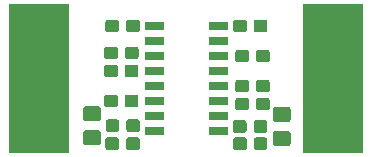
<source format=gts>
G04 #@! TF.GenerationSoftware,KiCad,Pcbnew,5.0.2-bee76a0~70~ubuntu18.04.1*
G04 #@! TF.CreationDate,2019-07-29T11:10:54+02:00*
G04 #@! TF.ProjectId,SWD_Isolator,5357445f-4973-46f6-9c61-746f722e6b69,rev?*
G04 #@! TF.SameCoordinates,PX4148288PY2f7a4c0*
G04 #@! TF.FileFunction,Soldermask,Top*
G04 #@! TF.FilePolarity,Negative*
%FSLAX46Y46*%
G04 Gerber Fmt 4.6, Leading zero omitted, Abs format (unit mm)*
G04 Created by KiCad (PCBNEW 5.0.2-bee76a0~70~ubuntu18.04.1) date pon 29 jul 2019 11:10:54 CEST*
%MOMM*%
%LPD*%
G01*
G04 APERTURE LIST*
%ADD10C,0.100000*%
G04 APERTURE END LIST*
D10*
G36*
X30035500Y127000D02*
X24955500Y127000D01*
X24955500Y12700000D01*
X30035500Y12700000D01*
X30035500Y127000D01*
X30035500Y127000D01*
G37*
G36*
X5143500Y127000D02*
X63500Y127000D01*
X63500Y12700000D01*
X5143500Y12700000D01*
X5143500Y127000D01*
X5143500Y127000D01*
G37*
G36*
X21736499Y1410555D02*
X21773993Y1399181D01*
X21808557Y1380706D01*
X21838847Y1355847D01*
X21863706Y1325557D01*
X21882181Y1290993D01*
X21893555Y1253499D01*
X21898000Y1208362D01*
X21898000Y569638D01*
X21893555Y524501D01*
X21882181Y487007D01*
X21863706Y452443D01*
X21838847Y422153D01*
X21808557Y397294D01*
X21773993Y378819D01*
X21736499Y367445D01*
X21691362Y363000D01*
X20952638Y363000D01*
X20907501Y367445D01*
X20870007Y378819D01*
X20835443Y397294D01*
X20805153Y422153D01*
X20780294Y452443D01*
X20761819Y487007D01*
X20750445Y524501D01*
X20746000Y569638D01*
X20746000Y1208362D01*
X20750445Y1253499D01*
X20761819Y1290993D01*
X20780294Y1325557D01*
X20805153Y1355847D01*
X20835443Y1380706D01*
X20870007Y1399181D01*
X20907501Y1410555D01*
X20952638Y1415000D01*
X21691362Y1415000D01*
X21736499Y1410555D01*
X21736499Y1410555D01*
G37*
G36*
X19986499Y1410555D02*
X20023993Y1399181D01*
X20058557Y1380706D01*
X20088847Y1355847D01*
X20113706Y1325557D01*
X20132181Y1290993D01*
X20143555Y1253499D01*
X20148000Y1208362D01*
X20148000Y569638D01*
X20143555Y524501D01*
X20132181Y487007D01*
X20113706Y452443D01*
X20088847Y422153D01*
X20058557Y397294D01*
X20023993Y378819D01*
X19986499Y367445D01*
X19941362Y363000D01*
X19202638Y363000D01*
X19157501Y367445D01*
X19120007Y378819D01*
X19085443Y397294D01*
X19055153Y422153D01*
X19030294Y452443D01*
X19011819Y487007D01*
X19000445Y524501D01*
X18996000Y569638D01*
X18996000Y1208362D01*
X19000445Y1253499D01*
X19011819Y1290993D01*
X19030294Y1325557D01*
X19055153Y1355847D01*
X19085443Y1380706D01*
X19120007Y1399181D01*
X19157501Y1410555D01*
X19202638Y1415000D01*
X19941362Y1415000D01*
X19986499Y1410555D01*
X19986499Y1410555D01*
G37*
G36*
X9177499Y1410555D02*
X9214993Y1399181D01*
X9249557Y1380706D01*
X9279847Y1355847D01*
X9304706Y1325557D01*
X9323181Y1290993D01*
X9334555Y1253499D01*
X9339000Y1208362D01*
X9339000Y569638D01*
X9334555Y524501D01*
X9323181Y487007D01*
X9304706Y452443D01*
X9279847Y422153D01*
X9249557Y397294D01*
X9214993Y378819D01*
X9177499Y367445D01*
X9132362Y363000D01*
X8393638Y363000D01*
X8348501Y367445D01*
X8311007Y378819D01*
X8276443Y397294D01*
X8246153Y422153D01*
X8221294Y452443D01*
X8202819Y487007D01*
X8191445Y524501D01*
X8187000Y569638D01*
X8187000Y1208362D01*
X8191445Y1253499D01*
X8202819Y1290993D01*
X8221294Y1325557D01*
X8246153Y1355847D01*
X8276443Y1380706D01*
X8311007Y1399181D01*
X8348501Y1410555D01*
X8393638Y1415000D01*
X9132362Y1415000D01*
X9177499Y1410555D01*
X9177499Y1410555D01*
G37*
G36*
X10927499Y1410555D02*
X10964993Y1399181D01*
X10999557Y1380706D01*
X11029847Y1355847D01*
X11054706Y1325557D01*
X11073181Y1290993D01*
X11084555Y1253499D01*
X11089000Y1208362D01*
X11089000Y569638D01*
X11084555Y524501D01*
X11073181Y487007D01*
X11054706Y452443D01*
X11029847Y422153D01*
X10999557Y397294D01*
X10964993Y378819D01*
X10927499Y367445D01*
X10882362Y363000D01*
X10143638Y363000D01*
X10098501Y367445D01*
X10061007Y378819D01*
X10026443Y397294D01*
X9996153Y422153D01*
X9971294Y452443D01*
X9952819Y487007D01*
X9941445Y524501D01*
X9937000Y569638D01*
X9937000Y1208362D01*
X9941445Y1253499D01*
X9952819Y1290993D01*
X9971294Y1325557D01*
X9996153Y1355847D01*
X10026443Y1380706D01*
X10061007Y1399181D01*
X10098501Y1410555D01*
X10143638Y1415000D01*
X10882362Y1415000D01*
X10927499Y1410555D01*
X10927499Y1410555D01*
G37*
G36*
X23702677Y1946035D02*
X23740364Y1934602D01*
X23775103Y1916034D01*
X23805548Y1891048D01*
X23830534Y1860603D01*
X23849102Y1825864D01*
X23860535Y1788177D01*
X23865000Y1742839D01*
X23865000Y906161D01*
X23860535Y860823D01*
X23849102Y823136D01*
X23830534Y788397D01*
X23805548Y757952D01*
X23775103Y732966D01*
X23740364Y714398D01*
X23702677Y702965D01*
X23657339Y698500D01*
X22570661Y698500D01*
X22525323Y702965D01*
X22487636Y714398D01*
X22452897Y732966D01*
X22422452Y757952D01*
X22397466Y788397D01*
X22378898Y823136D01*
X22367465Y860823D01*
X22363000Y906161D01*
X22363000Y1742839D01*
X22367465Y1788177D01*
X22378898Y1825864D01*
X22397466Y1860603D01*
X22422452Y1891048D01*
X22452897Y1916034D01*
X22487636Y1934602D01*
X22525323Y1946035D01*
X22570661Y1950500D01*
X23657339Y1950500D01*
X23702677Y1946035D01*
X23702677Y1946035D01*
G37*
G36*
X7637177Y2009535D02*
X7674864Y1998102D01*
X7709603Y1979534D01*
X7740048Y1954548D01*
X7765034Y1924103D01*
X7783602Y1889364D01*
X7795035Y1851677D01*
X7799500Y1806339D01*
X7799500Y969661D01*
X7795035Y924323D01*
X7783602Y886636D01*
X7765034Y851897D01*
X7740048Y821452D01*
X7709603Y796466D01*
X7674864Y777898D01*
X7637177Y766465D01*
X7591839Y762000D01*
X6505161Y762000D01*
X6459823Y766465D01*
X6422136Y777898D01*
X6387397Y796466D01*
X6356952Y821452D01*
X6331966Y851897D01*
X6313398Y886636D01*
X6301965Y924323D01*
X6297500Y969661D01*
X6297500Y1806339D01*
X6301965Y1851677D01*
X6313398Y1889364D01*
X6331966Y1924103D01*
X6356952Y1954548D01*
X6387397Y1979534D01*
X6422136Y1998102D01*
X6459823Y2009535D01*
X6505161Y2014000D01*
X7591839Y2014000D01*
X7637177Y2009535D01*
X7637177Y2009535D01*
G37*
G36*
X18550500Y1617500D02*
X16948500Y1617500D01*
X16948500Y2319500D01*
X18550500Y2319500D01*
X18550500Y1617500D01*
X18550500Y1617500D01*
G37*
G36*
X13150500Y1617500D02*
X11548500Y1617500D01*
X11548500Y2319500D01*
X13150500Y2319500D01*
X13150500Y1617500D01*
X13150500Y1617500D01*
G37*
G36*
X19972499Y2871055D02*
X20009993Y2859681D01*
X20044557Y2841206D01*
X20074847Y2816347D01*
X20099706Y2786057D01*
X20118181Y2751493D01*
X20129555Y2713999D01*
X20134000Y2668862D01*
X20134000Y2030138D01*
X20129555Y1985001D01*
X20118181Y1947507D01*
X20099706Y1912943D01*
X20074847Y1882653D01*
X20044557Y1857794D01*
X20009993Y1839319D01*
X19972499Y1827945D01*
X19927362Y1823500D01*
X19188638Y1823500D01*
X19143501Y1827945D01*
X19106007Y1839319D01*
X19071443Y1857794D01*
X19041153Y1882653D01*
X19016294Y1912943D01*
X18997819Y1947507D01*
X18986445Y1985001D01*
X18982000Y2030138D01*
X18982000Y2668862D01*
X18986445Y2713999D01*
X18997819Y2751493D01*
X19016294Y2786057D01*
X19041153Y2816347D01*
X19071443Y2841206D01*
X19106007Y2859681D01*
X19143501Y2871055D01*
X19188638Y2875500D01*
X19927362Y2875500D01*
X19972499Y2871055D01*
X19972499Y2871055D01*
G37*
G36*
X21722499Y2871055D02*
X21759993Y2859681D01*
X21794557Y2841206D01*
X21824847Y2816347D01*
X21849706Y2786057D01*
X21868181Y2751493D01*
X21879555Y2713999D01*
X21884000Y2668862D01*
X21884000Y2030138D01*
X21879555Y1985001D01*
X21868181Y1947507D01*
X21849706Y1912943D01*
X21824847Y1882653D01*
X21794557Y1857794D01*
X21759993Y1839319D01*
X21722499Y1827945D01*
X21677362Y1823500D01*
X20938638Y1823500D01*
X20893501Y1827945D01*
X20856007Y1839319D01*
X20821443Y1857794D01*
X20791153Y1882653D01*
X20766294Y1912943D01*
X20747819Y1947507D01*
X20736445Y1985001D01*
X20732000Y2030138D01*
X20732000Y2668862D01*
X20736445Y2713999D01*
X20747819Y2751493D01*
X20766294Y2786057D01*
X20791153Y2816347D01*
X20821443Y2841206D01*
X20856007Y2859681D01*
X20893501Y2871055D01*
X20938638Y2875500D01*
X21677362Y2875500D01*
X21722499Y2871055D01*
X21722499Y2871055D01*
G37*
G36*
X10955499Y2934555D02*
X10992993Y2923181D01*
X11027557Y2904706D01*
X11057847Y2879847D01*
X11082706Y2849557D01*
X11101181Y2814993D01*
X11112555Y2777499D01*
X11117000Y2732362D01*
X11117000Y2093638D01*
X11112555Y2048501D01*
X11101181Y2011007D01*
X11082706Y1976443D01*
X11057847Y1946153D01*
X11027557Y1921294D01*
X10992993Y1902819D01*
X10955499Y1891445D01*
X10910362Y1887000D01*
X10171638Y1887000D01*
X10126501Y1891445D01*
X10089007Y1902819D01*
X10054443Y1921294D01*
X10024153Y1946153D01*
X9999294Y1976443D01*
X9980819Y2011007D01*
X9969445Y2048501D01*
X9965000Y2093638D01*
X9965000Y2732362D01*
X9969445Y2777499D01*
X9980819Y2814993D01*
X9999294Y2849557D01*
X10024153Y2879847D01*
X10054443Y2904706D01*
X10089007Y2923181D01*
X10126501Y2934555D01*
X10171638Y2939000D01*
X10910362Y2939000D01*
X10955499Y2934555D01*
X10955499Y2934555D01*
G37*
G36*
X9205499Y2934555D02*
X9242993Y2923181D01*
X9277557Y2904706D01*
X9307847Y2879847D01*
X9332706Y2849557D01*
X9351181Y2814993D01*
X9362555Y2777499D01*
X9367000Y2732362D01*
X9367000Y2093638D01*
X9362555Y2048501D01*
X9351181Y2011007D01*
X9332706Y1976443D01*
X9307847Y1946153D01*
X9277557Y1921294D01*
X9242993Y1902819D01*
X9205499Y1891445D01*
X9160362Y1887000D01*
X8421638Y1887000D01*
X8376501Y1891445D01*
X8339007Y1902819D01*
X8304443Y1921294D01*
X8274153Y1946153D01*
X8249294Y1976443D01*
X8230819Y2011007D01*
X8219445Y2048501D01*
X8215000Y2093638D01*
X8215000Y2732362D01*
X8219445Y2777499D01*
X8230819Y2814993D01*
X8249294Y2849557D01*
X8274153Y2879847D01*
X8304443Y2904706D01*
X8339007Y2923181D01*
X8376501Y2934555D01*
X8421638Y2939000D01*
X9160362Y2939000D01*
X9205499Y2934555D01*
X9205499Y2934555D01*
G37*
G36*
X23702677Y3996035D02*
X23740364Y3984602D01*
X23775103Y3966034D01*
X23805548Y3941048D01*
X23830534Y3910603D01*
X23849102Y3875864D01*
X23860535Y3838177D01*
X23865000Y3792839D01*
X23865000Y2956161D01*
X23860535Y2910823D01*
X23849102Y2873136D01*
X23830534Y2838397D01*
X23805548Y2807952D01*
X23775103Y2782966D01*
X23740364Y2764398D01*
X23702677Y2752965D01*
X23657339Y2748500D01*
X22570661Y2748500D01*
X22525323Y2752965D01*
X22487636Y2764398D01*
X22452897Y2782966D01*
X22422452Y2807952D01*
X22397466Y2838397D01*
X22378898Y2873136D01*
X22367465Y2910823D01*
X22363000Y2956161D01*
X22363000Y3792839D01*
X22367465Y3838177D01*
X22378898Y3875864D01*
X22397466Y3910603D01*
X22422452Y3941048D01*
X22452897Y3966034D01*
X22487636Y3984602D01*
X22525323Y3996035D01*
X22570661Y4000500D01*
X23657339Y4000500D01*
X23702677Y3996035D01*
X23702677Y3996035D01*
G37*
G36*
X7637177Y4059535D02*
X7674864Y4048102D01*
X7709603Y4029534D01*
X7740048Y4004548D01*
X7765034Y3974103D01*
X7783602Y3939364D01*
X7795035Y3901677D01*
X7799500Y3856339D01*
X7799500Y3019661D01*
X7795035Y2974323D01*
X7783602Y2936636D01*
X7765034Y2901897D01*
X7740048Y2871452D01*
X7709603Y2846466D01*
X7674864Y2827898D01*
X7637177Y2816465D01*
X7591839Y2812000D01*
X6505161Y2812000D01*
X6459823Y2816465D01*
X6422136Y2827898D01*
X6387397Y2846466D01*
X6356952Y2871452D01*
X6331966Y2901897D01*
X6313398Y2936636D01*
X6301965Y2974323D01*
X6297500Y3019661D01*
X6297500Y3856339D01*
X6301965Y3901677D01*
X6313398Y3939364D01*
X6331966Y3974103D01*
X6356952Y4004548D01*
X6387397Y4029534D01*
X6422136Y4048102D01*
X6459823Y4059535D01*
X6505161Y4064000D01*
X7591839Y4064000D01*
X7637177Y4059535D01*
X7637177Y4059535D01*
G37*
G36*
X18550500Y2887500D02*
X16948500Y2887500D01*
X16948500Y3589500D01*
X18550500Y3589500D01*
X18550500Y2887500D01*
X18550500Y2887500D01*
G37*
G36*
X13150500Y2887500D02*
X11548500Y2887500D01*
X11548500Y3589500D01*
X13150500Y3589500D01*
X13150500Y2887500D01*
X13150500Y2887500D01*
G37*
G36*
X21926999Y4776055D02*
X21964493Y4764681D01*
X21999057Y4746206D01*
X22029347Y4721347D01*
X22054206Y4691057D01*
X22072681Y4656493D01*
X22084055Y4618999D01*
X22088500Y4573862D01*
X22088500Y3935138D01*
X22084055Y3890001D01*
X22072681Y3852507D01*
X22054206Y3817943D01*
X22029347Y3787653D01*
X21999057Y3762794D01*
X21964493Y3744319D01*
X21926999Y3732945D01*
X21881862Y3728500D01*
X21143138Y3728500D01*
X21098001Y3732945D01*
X21060507Y3744319D01*
X21025943Y3762794D01*
X20995653Y3787653D01*
X20970794Y3817943D01*
X20952319Y3852507D01*
X20940945Y3890001D01*
X20936500Y3935138D01*
X20936500Y4573862D01*
X20940945Y4618999D01*
X20952319Y4656493D01*
X20970794Y4691057D01*
X20995653Y4721347D01*
X21025943Y4746206D01*
X21060507Y4764681D01*
X21098001Y4776055D01*
X21143138Y4780500D01*
X21881862Y4780500D01*
X21926999Y4776055D01*
X21926999Y4776055D01*
G37*
G36*
X20176999Y4776055D02*
X20214493Y4764681D01*
X20249057Y4746206D01*
X20279347Y4721347D01*
X20304206Y4691057D01*
X20322681Y4656493D01*
X20334055Y4618999D01*
X20338500Y4573862D01*
X20338500Y3935138D01*
X20334055Y3890001D01*
X20322681Y3852507D01*
X20304206Y3817943D01*
X20279347Y3787653D01*
X20249057Y3762794D01*
X20214493Y3744319D01*
X20176999Y3732945D01*
X20131862Y3728500D01*
X19393138Y3728500D01*
X19348001Y3732945D01*
X19310507Y3744319D01*
X19275943Y3762794D01*
X19245653Y3787653D01*
X19220794Y3817943D01*
X19202319Y3852507D01*
X19190945Y3890001D01*
X19186500Y3935138D01*
X19186500Y4573862D01*
X19190945Y4618999D01*
X19202319Y4656493D01*
X19220794Y4691057D01*
X19245653Y4721347D01*
X19275943Y4746206D01*
X19310507Y4764681D01*
X19348001Y4776055D01*
X19393138Y4780500D01*
X20131862Y4780500D01*
X20176999Y4776055D01*
X20176999Y4776055D01*
G37*
G36*
X9064499Y5030055D02*
X9101993Y5018681D01*
X9136557Y5000206D01*
X9166847Y4975347D01*
X9191706Y4945057D01*
X9210181Y4910493D01*
X9221555Y4872999D01*
X9226000Y4827862D01*
X9226000Y4189138D01*
X9221555Y4144001D01*
X9210181Y4106507D01*
X9191706Y4071943D01*
X9166847Y4041653D01*
X9136557Y4016794D01*
X9101993Y3998319D01*
X9064499Y3986945D01*
X9019362Y3982500D01*
X8280638Y3982500D01*
X8235501Y3986945D01*
X8198007Y3998319D01*
X8163443Y4016794D01*
X8133153Y4041653D01*
X8108294Y4071943D01*
X8089819Y4106507D01*
X8078445Y4144001D01*
X8074000Y4189138D01*
X8074000Y4827862D01*
X8078445Y4872999D01*
X8089819Y4910493D01*
X8108294Y4945057D01*
X8133153Y4975347D01*
X8163443Y5000206D01*
X8198007Y5018681D01*
X8235501Y5030055D01*
X8280638Y5034500D01*
X9019362Y5034500D01*
X9064499Y5030055D01*
X9064499Y5030055D01*
G37*
G36*
X10814499Y5030055D02*
X10851993Y5018681D01*
X10886557Y5000206D01*
X10916847Y4975347D01*
X10941706Y4945057D01*
X10960181Y4910493D01*
X10971555Y4872999D01*
X10976000Y4827862D01*
X10976000Y4189138D01*
X10971555Y4144001D01*
X10960181Y4106507D01*
X10941706Y4071943D01*
X10916847Y4041653D01*
X10886557Y4016794D01*
X10851993Y3998319D01*
X10814499Y3986945D01*
X10769362Y3982500D01*
X10030638Y3982500D01*
X9985501Y3986945D01*
X9948007Y3998319D01*
X9913443Y4016794D01*
X9883153Y4041653D01*
X9858294Y4071943D01*
X9839819Y4106507D01*
X9828445Y4144001D01*
X9824000Y4189138D01*
X9824000Y4827862D01*
X9828445Y4872999D01*
X9839819Y4910493D01*
X9858294Y4945057D01*
X9883153Y4975347D01*
X9913443Y5000206D01*
X9948007Y5018681D01*
X9985501Y5030055D01*
X10030638Y5034500D01*
X10769362Y5034500D01*
X10814499Y5030055D01*
X10814499Y5030055D01*
G37*
G36*
X18550500Y4157500D02*
X16948500Y4157500D01*
X16948500Y4859500D01*
X18550500Y4859500D01*
X18550500Y4157500D01*
X18550500Y4157500D01*
G37*
G36*
X13150500Y4157500D02*
X11548500Y4157500D01*
X11548500Y4859500D01*
X13150500Y4859500D01*
X13150500Y4157500D01*
X13150500Y4157500D01*
G37*
G36*
X21926999Y6300055D02*
X21964493Y6288681D01*
X21999057Y6270206D01*
X22029347Y6245347D01*
X22054206Y6215057D01*
X22072681Y6180493D01*
X22084055Y6142999D01*
X22088500Y6097862D01*
X22088500Y5459138D01*
X22084055Y5414001D01*
X22072681Y5376507D01*
X22054206Y5341943D01*
X22029347Y5311653D01*
X21999057Y5286794D01*
X21964493Y5268319D01*
X21926999Y5256945D01*
X21881862Y5252500D01*
X21143138Y5252500D01*
X21098001Y5256945D01*
X21060507Y5268319D01*
X21025943Y5286794D01*
X20995653Y5311653D01*
X20970794Y5341943D01*
X20952319Y5376507D01*
X20940945Y5414001D01*
X20936500Y5459138D01*
X20936500Y6097862D01*
X20940945Y6142999D01*
X20952319Y6180493D01*
X20970794Y6215057D01*
X20995653Y6245347D01*
X21025943Y6270206D01*
X21060507Y6288681D01*
X21098001Y6300055D01*
X21143138Y6304500D01*
X21881862Y6304500D01*
X21926999Y6300055D01*
X21926999Y6300055D01*
G37*
G36*
X20176999Y6300055D02*
X20214493Y6288681D01*
X20249057Y6270206D01*
X20279347Y6245347D01*
X20304206Y6215057D01*
X20322681Y6180493D01*
X20334055Y6142999D01*
X20338500Y6097862D01*
X20338500Y5459138D01*
X20334055Y5414001D01*
X20322681Y5376507D01*
X20304206Y5341943D01*
X20279347Y5311653D01*
X20249057Y5286794D01*
X20214493Y5268319D01*
X20176999Y5256945D01*
X20131862Y5252500D01*
X19393138Y5252500D01*
X19348001Y5256945D01*
X19310507Y5268319D01*
X19275943Y5286794D01*
X19245653Y5311653D01*
X19220794Y5341943D01*
X19202319Y5376507D01*
X19190945Y5414001D01*
X19186500Y5459138D01*
X19186500Y6097862D01*
X19190945Y6142999D01*
X19202319Y6180493D01*
X19220794Y6215057D01*
X19245653Y6245347D01*
X19275943Y6270206D01*
X19310507Y6288681D01*
X19348001Y6300055D01*
X19393138Y6304500D01*
X20131862Y6304500D01*
X20176999Y6300055D01*
X20176999Y6300055D01*
G37*
G36*
X18550500Y5427500D02*
X16948500Y5427500D01*
X16948500Y6129500D01*
X18550500Y6129500D01*
X18550500Y5427500D01*
X18550500Y5427500D01*
G37*
G36*
X13150500Y5427500D02*
X11548500Y5427500D01*
X11548500Y6129500D01*
X13150500Y6129500D01*
X13150500Y5427500D01*
X13150500Y5427500D01*
G37*
G36*
X9064499Y7570055D02*
X9101993Y7558681D01*
X9136557Y7540206D01*
X9166847Y7515347D01*
X9191706Y7485057D01*
X9210181Y7450493D01*
X9221555Y7412999D01*
X9226000Y7367862D01*
X9226000Y6729138D01*
X9221555Y6684001D01*
X9210181Y6646507D01*
X9191706Y6611943D01*
X9166847Y6581653D01*
X9136557Y6556794D01*
X9101993Y6538319D01*
X9064499Y6526945D01*
X9019362Y6522500D01*
X8280638Y6522500D01*
X8235501Y6526945D01*
X8198007Y6538319D01*
X8163443Y6556794D01*
X8133153Y6581653D01*
X8108294Y6611943D01*
X8089819Y6646507D01*
X8078445Y6684001D01*
X8074000Y6729138D01*
X8074000Y7367862D01*
X8078445Y7412999D01*
X8089819Y7450493D01*
X8108294Y7485057D01*
X8133153Y7515347D01*
X8163443Y7540206D01*
X8198007Y7558681D01*
X8235501Y7570055D01*
X8280638Y7574500D01*
X9019362Y7574500D01*
X9064499Y7570055D01*
X9064499Y7570055D01*
G37*
G36*
X10814499Y7570055D02*
X10851993Y7558681D01*
X10886557Y7540206D01*
X10916847Y7515347D01*
X10941706Y7485057D01*
X10960181Y7450493D01*
X10971555Y7412999D01*
X10976000Y7367862D01*
X10976000Y6729138D01*
X10971555Y6684001D01*
X10960181Y6646507D01*
X10941706Y6611943D01*
X10916847Y6581653D01*
X10886557Y6556794D01*
X10851993Y6538319D01*
X10814499Y6526945D01*
X10769362Y6522500D01*
X10030638Y6522500D01*
X9985501Y6526945D01*
X9948007Y6538319D01*
X9913443Y6556794D01*
X9883153Y6581653D01*
X9858294Y6611943D01*
X9839819Y6646507D01*
X9828445Y6684001D01*
X9824000Y6729138D01*
X9824000Y7367862D01*
X9828445Y7412999D01*
X9839819Y7450493D01*
X9858294Y7485057D01*
X9883153Y7515347D01*
X9913443Y7540206D01*
X9948007Y7558681D01*
X9985501Y7570055D01*
X10030638Y7574500D01*
X10769362Y7574500D01*
X10814499Y7570055D01*
X10814499Y7570055D01*
G37*
G36*
X18550500Y6697500D02*
X16948500Y6697500D01*
X16948500Y7399500D01*
X18550500Y7399500D01*
X18550500Y6697500D01*
X18550500Y6697500D01*
G37*
G36*
X13150500Y6697500D02*
X11548500Y6697500D01*
X11548500Y7399500D01*
X13150500Y7399500D01*
X13150500Y6697500D01*
X13150500Y6697500D01*
G37*
G36*
X21926999Y8840055D02*
X21964493Y8828681D01*
X21999057Y8810206D01*
X22029347Y8785347D01*
X22054206Y8755057D01*
X22072681Y8720493D01*
X22084055Y8682999D01*
X22088500Y8637862D01*
X22088500Y7999138D01*
X22084055Y7954001D01*
X22072681Y7916507D01*
X22054206Y7881943D01*
X22029347Y7851653D01*
X21999057Y7826794D01*
X21964493Y7808319D01*
X21926999Y7796945D01*
X21881862Y7792500D01*
X21143138Y7792500D01*
X21098001Y7796945D01*
X21060507Y7808319D01*
X21025943Y7826794D01*
X20995653Y7851653D01*
X20970794Y7881943D01*
X20952319Y7916507D01*
X20940945Y7954001D01*
X20936500Y7999138D01*
X20936500Y8637862D01*
X20940945Y8682999D01*
X20952319Y8720493D01*
X20970794Y8755057D01*
X20995653Y8785347D01*
X21025943Y8810206D01*
X21060507Y8828681D01*
X21098001Y8840055D01*
X21143138Y8844500D01*
X21881862Y8844500D01*
X21926999Y8840055D01*
X21926999Y8840055D01*
G37*
G36*
X20176999Y8840055D02*
X20214493Y8828681D01*
X20249057Y8810206D01*
X20279347Y8785347D01*
X20304206Y8755057D01*
X20322681Y8720493D01*
X20334055Y8682999D01*
X20338500Y8637862D01*
X20338500Y7999138D01*
X20334055Y7954001D01*
X20322681Y7916507D01*
X20304206Y7881943D01*
X20279347Y7851653D01*
X20249057Y7826794D01*
X20214493Y7808319D01*
X20176999Y7796945D01*
X20131862Y7792500D01*
X19393138Y7792500D01*
X19348001Y7796945D01*
X19310507Y7808319D01*
X19275943Y7826794D01*
X19245653Y7851653D01*
X19220794Y7881943D01*
X19202319Y7916507D01*
X19190945Y7954001D01*
X19186500Y7999138D01*
X19186500Y8637862D01*
X19190945Y8682999D01*
X19202319Y8720493D01*
X19220794Y8755057D01*
X19245653Y8785347D01*
X19275943Y8810206D01*
X19310507Y8828681D01*
X19348001Y8840055D01*
X19393138Y8844500D01*
X20131862Y8844500D01*
X20176999Y8840055D01*
X20176999Y8840055D01*
G37*
G36*
X18550500Y7967500D02*
X16948500Y7967500D01*
X16948500Y8669500D01*
X18550500Y8669500D01*
X18550500Y7967500D01*
X18550500Y7967500D01*
G37*
G36*
X13150500Y7967500D02*
X11548500Y7967500D01*
X11548500Y8669500D01*
X13150500Y8669500D01*
X13150500Y7967500D01*
X13150500Y7967500D01*
G37*
G36*
X9078499Y9094055D02*
X9115993Y9082681D01*
X9150557Y9064206D01*
X9180847Y9039347D01*
X9205706Y9009057D01*
X9224181Y8974493D01*
X9235555Y8936999D01*
X9240000Y8891862D01*
X9240000Y8253138D01*
X9235555Y8208001D01*
X9224181Y8170507D01*
X9205706Y8135943D01*
X9180847Y8105653D01*
X9150557Y8080794D01*
X9115993Y8062319D01*
X9078499Y8050945D01*
X9033362Y8046500D01*
X8294638Y8046500D01*
X8249501Y8050945D01*
X8212007Y8062319D01*
X8177443Y8080794D01*
X8147153Y8105653D01*
X8122294Y8135943D01*
X8103819Y8170507D01*
X8092445Y8208001D01*
X8088000Y8253138D01*
X8088000Y8891862D01*
X8092445Y8936999D01*
X8103819Y8974493D01*
X8122294Y9009057D01*
X8147153Y9039347D01*
X8177443Y9064206D01*
X8212007Y9082681D01*
X8249501Y9094055D01*
X8294638Y9098500D01*
X9033362Y9098500D01*
X9078499Y9094055D01*
X9078499Y9094055D01*
G37*
G36*
X10828499Y9094055D02*
X10865993Y9082681D01*
X10900557Y9064206D01*
X10930847Y9039347D01*
X10955706Y9009057D01*
X10974181Y8974493D01*
X10985555Y8936999D01*
X10990000Y8891862D01*
X10990000Y8253138D01*
X10985555Y8208001D01*
X10974181Y8170507D01*
X10955706Y8135943D01*
X10930847Y8105653D01*
X10900557Y8080794D01*
X10865993Y8062319D01*
X10828499Y8050945D01*
X10783362Y8046500D01*
X10044638Y8046500D01*
X9999501Y8050945D01*
X9962007Y8062319D01*
X9927443Y8080794D01*
X9897153Y8105653D01*
X9872294Y8135943D01*
X9853819Y8170507D01*
X9842445Y8208001D01*
X9838000Y8253138D01*
X9838000Y8891862D01*
X9842445Y8936999D01*
X9853819Y8974493D01*
X9872294Y9009057D01*
X9897153Y9039347D01*
X9927443Y9064206D01*
X9962007Y9082681D01*
X9999501Y9094055D01*
X10044638Y9098500D01*
X10783362Y9098500D01*
X10828499Y9094055D01*
X10828499Y9094055D01*
G37*
G36*
X18550500Y9237500D02*
X16948500Y9237500D01*
X16948500Y9939500D01*
X18550500Y9939500D01*
X18550500Y9237500D01*
X18550500Y9237500D01*
G37*
G36*
X13150500Y9237500D02*
X11548500Y9237500D01*
X11548500Y9939500D01*
X13150500Y9939500D01*
X13150500Y9237500D01*
X13150500Y9237500D01*
G37*
G36*
X19986499Y11380055D02*
X20023993Y11368681D01*
X20058557Y11350206D01*
X20088847Y11325347D01*
X20113706Y11295057D01*
X20132181Y11260493D01*
X20143555Y11222999D01*
X20148000Y11177862D01*
X20148000Y10539138D01*
X20143555Y10494001D01*
X20132181Y10456507D01*
X20113706Y10421943D01*
X20088847Y10391653D01*
X20058557Y10366794D01*
X20023993Y10348319D01*
X19986499Y10336945D01*
X19941362Y10332500D01*
X19202638Y10332500D01*
X19157501Y10336945D01*
X19120007Y10348319D01*
X19085443Y10366794D01*
X19055153Y10391653D01*
X19030294Y10421943D01*
X19011819Y10456507D01*
X19000445Y10494001D01*
X18996000Y10539138D01*
X18996000Y11177862D01*
X19000445Y11222999D01*
X19011819Y11260493D01*
X19030294Y11295057D01*
X19055153Y11325347D01*
X19085443Y11350206D01*
X19120007Y11368681D01*
X19157501Y11380055D01*
X19202638Y11384500D01*
X19941362Y11384500D01*
X19986499Y11380055D01*
X19986499Y11380055D01*
G37*
G36*
X9177499Y11380055D02*
X9214993Y11368681D01*
X9249557Y11350206D01*
X9279847Y11325347D01*
X9304706Y11295057D01*
X9323181Y11260493D01*
X9334555Y11222999D01*
X9339000Y11177862D01*
X9339000Y10539138D01*
X9334555Y10494001D01*
X9323181Y10456507D01*
X9304706Y10421943D01*
X9279847Y10391653D01*
X9249557Y10366794D01*
X9214993Y10348319D01*
X9177499Y10336945D01*
X9132362Y10332500D01*
X8393638Y10332500D01*
X8348501Y10336945D01*
X8311007Y10348319D01*
X8276443Y10366794D01*
X8246153Y10391653D01*
X8221294Y10421943D01*
X8202819Y10456507D01*
X8191445Y10494001D01*
X8187000Y10539138D01*
X8187000Y11177862D01*
X8191445Y11222999D01*
X8202819Y11260493D01*
X8221294Y11295057D01*
X8246153Y11325347D01*
X8276443Y11350206D01*
X8311007Y11368681D01*
X8348501Y11380055D01*
X8393638Y11384500D01*
X9132362Y11384500D01*
X9177499Y11380055D01*
X9177499Y11380055D01*
G37*
G36*
X10927499Y11380055D02*
X10964993Y11368681D01*
X10999557Y11350206D01*
X11029847Y11325347D01*
X11054706Y11295057D01*
X11073181Y11260493D01*
X11084555Y11222999D01*
X11089000Y11177862D01*
X11089000Y10539138D01*
X11084555Y10494001D01*
X11073181Y10456507D01*
X11054706Y10421943D01*
X11029847Y10391653D01*
X10999557Y10366794D01*
X10964993Y10348319D01*
X10927499Y10336945D01*
X10882362Y10332500D01*
X10143638Y10332500D01*
X10098501Y10336945D01*
X10061007Y10348319D01*
X10026443Y10366794D01*
X9996153Y10391653D01*
X9971294Y10421943D01*
X9952819Y10456507D01*
X9941445Y10494001D01*
X9937000Y10539138D01*
X9937000Y11177862D01*
X9941445Y11222999D01*
X9952819Y11260493D01*
X9971294Y11295057D01*
X9996153Y11325347D01*
X10026443Y11350206D01*
X10061007Y11368681D01*
X10098501Y11380055D01*
X10143638Y11384500D01*
X10882362Y11384500D01*
X10927499Y11380055D01*
X10927499Y11380055D01*
G37*
G36*
X21736499Y11380055D02*
X21773993Y11368681D01*
X21808557Y11350206D01*
X21838847Y11325347D01*
X21863706Y11295057D01*
X21882181Y11260493D01*
X21893555Y11222999D01*
X21898000Y11177862D01*
X21898000Y10539138D01*
X21893555Y10494001D01*
X21882181Y10456507D01*
X21863706Y10421943D01*
X21838847Y10391653D01*
X21808557Y10366794D01*
X21773993Y10348319D01*
X21736499Y10336945D01*
X21691362Y10332500D01*
X20952638Y10332500D01*
X20907501Y10336945D01*
X20870007Y10348319D01*
X20835443Y10366794D01*
X20805153Y10391653D01*
X20780294Y10421943D01*
X20761819Y10456507D01*
X20750445Y10494001D01*
X20746000Y10539138D01*
X20746000Y11177862D01*
X20750445Y11222999D01*
X20761819Y11260493D01*
X20780294Y11295057D01*
X20805153Y11325347D01*
X20835443Y11350206D01*
X20870007Y11368681D01*
X20907501Y11380055D01*
X20952638Y11384500D01*
X21691362Y11384500D01*
X21736499Y11380055D01*
X21736499Y11380055D01*
G37*
G36*
X13150500Y10507500D02*
X11548500Y10507500D01*
X11548500Y11209500D01*
X13150500Y11209500D01*
X13150500Y10507500D01*
X13150500Y10507500D01*
G37*
G36*
X18550500Y10507500D02*
X16948500Y10507500D01*
X16948500Y11209500D01*
X18550500Y11209500D01*
X18550500Y10507500D01*
X18550500Y10507500D01*
G37*
M02*

</source>
